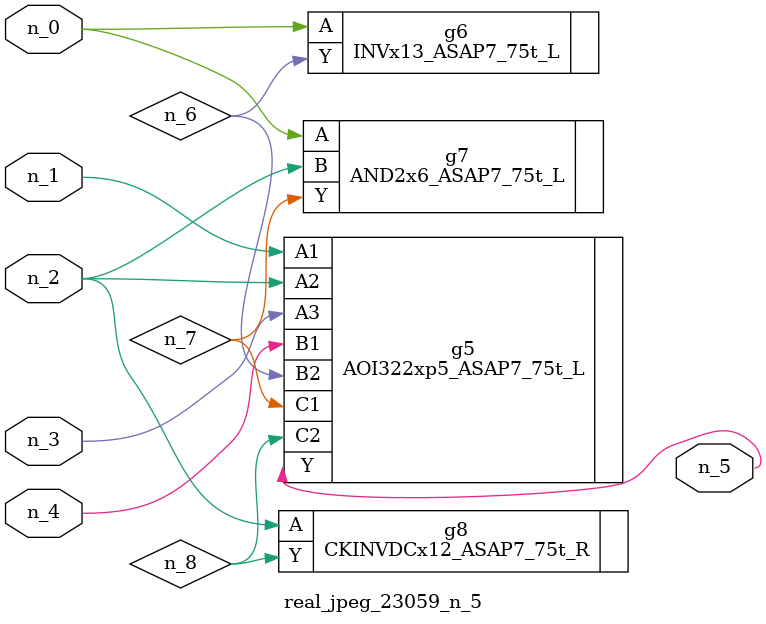
<source format=v>
module real_jpeg_23059_n_5 (n_4, n_0, n_1, n_2, n_3, n_5);

input n_4;
input n_0;
input n_1;
input n_2;
input n_3;

output n_5;

wire n_8;
wire n_6;
wire n_7;

INVx13_ASAP7_75t_L g6 ( 
.A(n_0),
.Y(n_6)
);

AND2x6_ASAP7_75t_L g7 ( 
.A(n_0),
.B(n_2),
.Y(n_7)
);

AOI322xp5_ASAP7_75t_L g5 ( 
.A1(n_1),
.A2(n_2),
.A3(n_3),
.B1(n_4),
.B2(n_6),
.C1(n_7),
.C2(n_8),
.Y(n_5)
);

CKINVDCx12_ASAP7_75t_R g8 ( 
.A(n_2),
.Y(n_8)
);


endmodule
</source>
